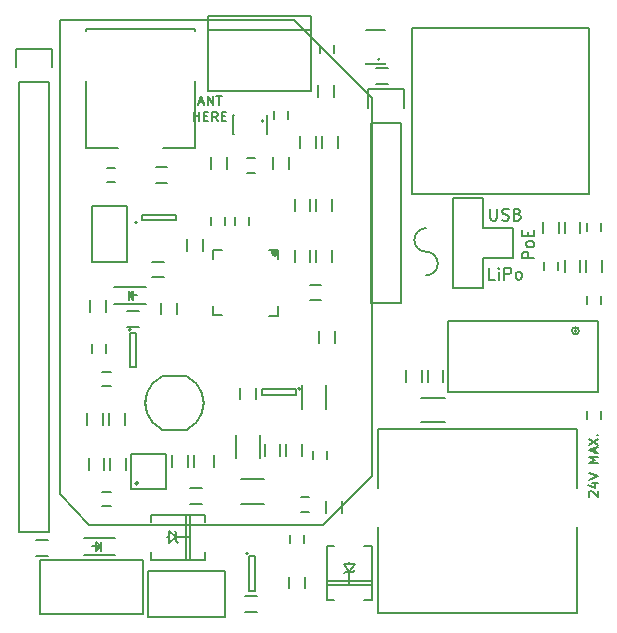
<source format=gto>
G04 #@! TF.FileFunction,Legend,Top*
%FSLAX46Y46*%
G04 Gerber Fmt 4.6, Leading zero omitted, Abs format (unit mm)*
G04 Created by KiCad (PCBNEW 4.0.3-stable) date 09/30/16 23:41:21*
%MOMM*%
%LPD*%
G01*
G04 APERTURE LIST*
%ADD10C,0.100000*%
%ADD11C,0.150000*%
%ADD12C,0.200000*%
%ADD13C,0.127000*%
G04 APERTURE END LIST*
D10*
D11*
X35585715Y-26458333D02*
X35966667Y-26458333D01*
X35509524Y-26686905D02*
X35776191Y-25886905D01*
X36042858Y-26686905D01*
X36309524Y-26686905D02*
X36309524Y-25886905D01*
X36766667Y-26686905D01*
X36766667Y-25886905D01*
X37033333Y-25886905D02*
X37490476Y-25886905D01*
X37261905Y-26686905D02*
X37261905Y-25886905D01*
X35147619Y-28036905D02*
X35147619Y-27236905D01*
X35147619Y-27617857D02*
X35604762Y-27617857D01*
X35604762Y-28036905D02*
X35604762Y-27236905D01*
X35985714Y-27617857D02*
X36252381Y-27617857D01*
X36366667Y-28036905D02*
X35985714Y-28036905D01*
X35985714Y-27236905D01*
X36366667Y-27236905D01*
X37166667Y-28036905D02*
X36900000Y-27655952D01*
X36709524Y-28036905D02*
X36709524Y-27236905D01*
X37014286Y-27236905D01*
X37090477Y-27275000D01*
X37128572Y-27313095D01*
X37166667Y-27389286D01*
X37166667Y-27503571D01*
X37128572Y-27579762D01*
X37090477Y-27617857D01*
X37014286Y-27655952D01*
X36709524Y-27655952D01*
X37509524Y-27617857D02*
X37776191Y-27617857D01*
X37890477Y-28036905D02*
X37509524Y-28036905D01*
X37509524Y-27236905D01*
X37890477Y-27236905D01*
X68638095Y-59828571D02*
X68600000Y-59790476D01*
X68561905Y-59714285D01*
X68561905Y-59523809D01*
X68600000Y-59447619D01*
X68638095Y-59409523D01*
X68714286Y-59371428D01*
X68790476Y-59371428D01*
X68904762Y-59409523D01*
X69361905Y-59866666D01*
X69361905Y-59371428D01*
X68828571Y-58685714D02*
X69361905Y-58685714D01*
X68523810Y-58876190D02*
X69095238Y-59066666D01*
X69095238Y-58571428D01*
X68561905Y-58380952D02*
X69361905Y-58114285D01*
X68561905Y-57847618D01*
X69361905Y-56971428D02*
X68561905Y-56971428D01*
X69133333Y-56704761D01*
X68561905Y-56438094D01*
X69361905Y-56438094D01*
X69133333Y-56095237D02*
X69133333Y-55714285D01*
X69361905Y-56171428D02*
X68561905Y-55904761D01*
X69361905Y-55638094D01*
X68561905Y-55447618D02*
X69361905Y-54914285D01*
X68561905Y-54914285D02*
X69361905Y-55447618D01*
X69285714Y-54609523D02*
X69323810Y-54571428D01*
X69361905Y-54609523D01*
X69323810Y-54647618D01*
X69285714Y-54609523D01*
X69361905Y-54609523D01*
X63952381Y-39666667D02*
X62952381Y-39666667D01*
X62952381Y-39285714D01*
X63000000Y-39190476D01*
X63047619Y-39142857D01*
X63142857Y-39095238D01*
X63285714Y-39095238D01*
X63380952Y-39142857D01*
X63428571Y-39190476D01*
X63476190Y-39285714D01*
X63476190Y-39666667D01*
X63952381Y-38523810D02*
X63904762Y-38619048D01*
X63857143Y-38666667D01*
X63761905Y-38714286D01*
X63476190Y-38714286D01*
X63380952Y-38666667D01*
X63333333Y-38619048D01*
X63285714Y-38523810D01*
X63285714Y-38380952D01*
X63333333Y-38285714D01*
X63380952Y-38238095D01*
X63476190Y-38190476D01*
X63761905Y-38190476D01*
X63857143Y-38238095D01*
X63904762Y-38285714D01*
X63952381Y-38380952D01*
X63952381Y-38523810D01*
X63428571Y-37761905D02*
X63428571Y-37428571D01*
X63952381Y-37285714D02*
X63952381Y-37761905D01*
X62952381Y-37761905D01*
X62952381Y-37285714D01*
X60619048Y-41452381D02*
X60142857Y-41452381D01*
X60142857Y-40452381D01*
X60952381Y-41452381D02*
X60952381Y-40785714D01*
X60952381Y-40452381D02*
X60904762Y-40500000D01*
X60952381Y-40547619D01*
X61000000Y-40500000D01*
X60952381Y-40452381D01*
X60952381Y-40547619D01*
X61428571Y-41452381D02*
X61428571Y-40452381D01*
X61809524Y-40452381D01*
X61904762Y-40500000D01*
X61952381Y-40547619D01*
X62000000Y-40642857D01*
X62000000Y-40785714D01*
X61952381Y-40880952D01*
X61904762Y-40928571D01*
X61809524Y-40976190D01*
X61428571Y-40976190D01*
X62571428Y-41452381D02*
X62476190Y-41404762D01*
X62428571Y-41357143D01*
X62380952Y-41261905D01*
X62380952Y-40976190D01*
X62428571Y-40880952D01*
X62476190Y-40833333D01*
X62571428Y-40785714D01*
X62714286Y-40785714D01*
X62809524Y-40833333D01*
X62857143Y-40880952D01*
X62904762Y-40976190D01*
X62904762Y-41261905D01*
X62857143Y-41357143D01*
X62809524Y-41404762D01*
X62714286Y-41452381D01*
X62571428Y-41452381D01*
X60238095Y-35452381D02*
X60238095Y-36261905D01*
X60285714Y-36357143D01*
X60333333Y-36404762D01*
X60428571Y-36452381D01*
X60619048Y-36452381D01*
X60714286Y-36404762D01*
X60761905Y-36357143D01*
X60809524Y-36261905D01*
X60809524Y-35452381D01*
X61238095Y-36404762D02*
X61380952Y-36452381D01*
X61619048Y-36452381D01*
X61714286Y-36404762D01*
X61761905Y-36357143D01*
X61809524Y-36261905D01*
X61809524Y-36166667D01*
X61761905Y-36071429D01*
X61714286Y-36023810D01*
X61619048Y-35976190D01*
X61428571Y-35928571D01*
X61333333Y-35880952D01*
X61285714Y-35833333D01*
X61238095Y-35738095D01*
X61238095Y-35642857D01*
X61285714Y-35547619D01*
X61333333Y-35500000D01*
X61428571Y-35452381D01*
X61666667Y-35452381D01*
X61809524Y-35500000D01*
X62571429Y-35928571D02*
X62714286Y-35976190D01*
X62761905Y-36023810D01*
X62809524Y-36119048D01*
X62809524Y-36261905D01*
X62761905Y-36357143D01*
X62714286Y-36404762D01*
X62619048Y-36452381D01*
X62238095Y-36452381D01*
X62238095Y-35452381D01*
X62571429Y-35452381D01*
X62666667Y-35500000D01*
X62714286Y-35547619D01*
X62761905Y-35642857D01*
X62761905Y-35738095D01*
X62714286Y-35833333D01*
X62666667Y-35880952D01*
X62571429Y-35928571D01*
X62238095Y-35928571D01*
D12*
X67550000Y-45800000D02*
G75*
G03X67550000Y-45800000I-100000J0D01*
G01*
X67750000Y-45800000D02*
G75*
G03X67750000Y-45800000I-300000J0D01*
G01*
X56650000Y-45000000D02*
X69350000Y-45000000D01*
X69350000Y-51000000D02*
X56650000Y-51000000D01*
X69350000Y-45000000D02*
X69350000Y-51000000D01*
X56650000Y-51000000D02*
X56650000Y-45000000D01*
D11*
X40725000Y-56600000D02*
X40725000Y-54600000D01*
X38675000Y-54600000D02*
X38675000Y-56600000D01*
X66000000Y-39950000D02*
X66000000Y-40650000D01*
X64800000Y-40650000D02*
X64800000Y-39950000D01*
X68400000Y-37350000D02*
X68400000Y-36650000D01*
X69600000Y-36650000D02*
X69600000Y-37350000D01*
X46325000Y-52400000D02*
X46325000Y-50400000D01*
X44275000Y-50400000D02*
X44275000Y-52400000D01*
X69600000Y-42850000D02*
X69600000Y-43550000D01*
X68400000Y-43550000D02*
X68400000Y-42850000D01*
X56400000Y-51475000D02*
X54400000Y-51475000D01*
X54400000Y-53525000D02*
X56400000Y-53525000D01*
X39100000Y-60425000D02*
X41100000Y-60425000D01*
X41100000Y-58375000D02*
X39100000Y-58375000D01*
X26500000Y-47650000D02*
X26500000Y-46950000D01*
X27700000Y-46950000D02*
X27700000Y-47650000D01*
X28100000Y-60600000D02*
X27400000Y-60600000D01*
X27400000Y-59400000D02*
X28100000Y-59400000D01*
X43300000Y-63750000D02*
X43300000Y-63050000D01*
X44500000Y-63050000D02*
X44500000Y-63750000D01*
X44200000Y-59900000D02*
X44900000Y-59900000D01*
X44900000Y-61100000D02*
X44200000Y-61100000D01*
X28500000Y-33200000D02*
X27800000Y-33200000D01*
X27800000Y-32000000D02*
X28500000Y-32000000D01*
X35150000Y-56300000D02*
X35150000Y-57300000D01*
X36850000Y-57300000D02*
X36850000Y-56300000D01*
X27400000Y-49300000D02*
X28100000Y-49300000D01*
X28100000Y-50500000D02*
X27400000Y-50500000D01*
X37800000Y-36143492D02*
X37800000Y-36843492D01*
X36600000Y-36843492D02*
X36600000Y-36143492D01*
X47000000Y-21600000D02*
X47000000Y-22300000D01*
X45800000Y-22300000D02*
X45800000Y-21600000D01*
X38600000Y-36843492D02*
X38600000Y-36143492D01*
X39800000Y-36143492D02*
X39800000Y-36843492D01*
X39650000Y-31200000D02*
X40350000Y-31200000D01*
X40350000Y-32400000D02*
X39650000Y-32400000D01*
X41900000Y-27850000D02*
X41900000Y-27150000D01*
X43100000Y-27150000D02*
X43100000Y-27850000D01*
X69600000Y-52550000D02*
X69600000Y-53250000D01*
X68400000Y-53250000D02*
X68400000Y-52550000D01*
X28500000Y-63300000D02*
X25800000Y-63300000D01*
X28500000Y-64800000D02*
X25800000Y-64800000D01*
X27000000Y-63900000D02*
X27000000Y-64150000D01*
X27000000Y-64150000D02*
X27150000Y-64000000D01*
X27250000Y-64400000D02*
X27250000Y-63700000D01*
X26900000Y-64050000D02*
X26550000Y-64050000D01*
X27250000Y-64050000D02*
X26900000Y-64400000D01*
X26900000Y-64400000D02*
X26900000Y-63700000D01*
X26900000Y-63700000D02*
X27250000Y-64050000D01*
D13*
X48300000Y-65538000D02*
X48300000Y-65334800D01*
X50205000Y-64014000D02*
X50205000Y-68586000D01*
X50205000Y-68586000D02*
X49570000Y-68586000D01*
X46395000Y-66960400D02*
X50205000Y-66960400D01*
X46395000Y-67290600D02*
X50205000Y-67290600D01*
X47030000Y-64014000D02*
X46395000Y-64014000D01*
X46395000Y-64014000D02*
X46395000Y-68586000D01*
X46395000Y-68586000D02*
X47030000Y-68586000D01*
X49570000Y-64014000D02*
X50205000Y-64014000D01*
X48300000Y-66173000D02*
X48774980Y-65538000D01*
X48774980Y-65538000D02*
X48300000Y-65538000D01*
X48300000Y-65538000D02*
X47825020Y-65538000D01*
X47825020Y-65538000D02*
X48300000Y-66173000D01*
X48300000Y-66173000D02*
X48617500Y-66173000D01*
X48617500Y-66173000D02*
X48774980Y-66015520D01*
X48300000Y-66173000D02*
X47982500Y-66173000D01*
X47982500Y-66173000D02*
X47825020Y-66330480D01*
X48300000Y-66173000D02*
X48300000Y-67282980D01*
X33038000Y-63250000D02*
X32834800Y-63250000D01*
X31514000Y-61345000D02*
X36086000Y-61345000D01*
X36086000Y-61345000D02*
X36086000Y-61980000D01*
X34460400Y-65155000D02*
X34460400Y-61345000D01*
X34790600Y-65155000D02*
X34790600Y-61345000D01*
X31514000Y-64520000D02*
X31514000Y-65155000D01*
X31514000Y-65155000D02*
X36086000Y-65155000D01*
X36086000Y-65155000D02*
X36086000Y-64520000D01*
X31514000Y-61980000D02*
X31514000Y-61345000D01*
X33673000Y-63250000D02*
X33038000Y-62775020D01*
X33038000Y-62775020D02*
X33038000Y-63250000D01*
X33038000Y-63250000D02*
X33038000Y-63724980D01*
X33038000Y-63724980D02*
X33673000Y-63250000D01*
X33673000Y-63250000D02*
X33673000Y-62932500D01*
X33673000Y-62932500D02*
X33515520Y-62775020D01*
X33673000Y-63250000D02*
X33673000Y-63567500D01*
X33673000Y-63567500D02*
X33830480Y-63724980D01*
X33673000Y-63250000D02*
X34782980Y-63250000D01*
D11*
X28400000Y-43550000D02*
X31100000Y-43550000D01*
X28400000Y-42050000D02*
X31100000Y-42050000D01*
X29900000Y-42950000D02*
X29900000Y-42700000D01*
X29900000Y-42700000D02*
X29750000Y-42850000D01*
X29650000Y-42450000D02*
X29650000Y-43150000D01*
X30000000Y-42800000D02*
X30350000Y-42800000D01*
X29650000Y-42800000D02*
X30000000Y-42450000D01*
X30000000Y-42450000D02*
X30000000Y-43150000D01*
X30000000Y-43150000D02*
X29650000Y-42800000D01*
D12*
X54800000Y-41100000D02*
G75*
G03X55800000Y-40100000I0J1000000D01*
G01*
X55800000Y-40100000D02*
G75*
G03X54800000Y-39100000I-1000000J0D01*
G01*
X53800000Y-38100000D02*
G75*
G03X54800000Y-39100000I1000000J0D01*
G01*
X54800000Y-37100000D02*
G75*
G03X53800000Y-38100000I0J-1000000D01*
G01*
X67550000Y-62400000D02*
X67550000Y-69700000D01*
X67550000Y-54100000D02*
X67550000Y-59100000D01*
X50750000Y-54100000D02*
X67550000Y-54100000D01*
X50750000Y-59100000D02*
X50750000Y-54100000D01*
X50750000Y-69700000D02*
X50750000Y-62400000D01*
X50750000Y-69700000D02*
X67550000Y-69700000D01*
D11*
X20330000Y-24750000D02*
X20330000Y-62850000D01*
X20330000Y-62850000D02*
X22870000Y-62850000D01*
X22870000Y-62850000D02*
X22870000Y-24750000D01*
X23150000Y-21930000D02*
X23150000Y-23480000D01*
X22870000Y-24750000D02*
X20330000Y-24750000D01*
X20050000Y-23480000D02*
X20050000Y-21930000D01*
X20050000Y-21930000D02*
X23150000Y-21930000D01*
D12*
X59616000Y-37058000D02*
X59616000Y-34518000D01*
X62156000Y-37058000D02*
X59616000Y-37058000D01*
X62156000Y-39598000D02*
X62156000Y-37058000D01*
X59616000Y-39598000D02*
X62156000Y-39598000D01*
X59616000Y-42138000D02*
X59616000Y-39598000D01*
X57076000Y-42138000D02*
X59616000Y-42138000D01*
X57076000Y-39598000D02*
X57076000Y-42138000D01*
D11*
X59616000Y-34518000D02*
X57076000Y-34518000D01*
X57076000Y-34518000D02*
X57076000Y-39598000D01*
D12*
X26000000Y-30300000D02*
X26000000Y-24600000D01*
X28700000Y-30300000D02*
X26000000Y-30300000D01*
X35200000Y-24600000D02*
X35200000Y-30300000D01*
X26000000Y-20200000D02*
X26000000Y-20400000D01*
X35200000Y-20200000D02*
X26000000Y-20200000D01*
X35200000Y-20400000D02*
X35200000Y-20200000D01*
X32500000Y-30300000D02*
X35200000Y-30300000D01*
D11*
X45050900Y-19120000D02*
X36350900Y-19120000D01*
X45050900Y-25525000D02*
X36350900Y-25525000D01*
X36350900Y-25525000D02*
X36350900Y-19120000D01*
X36350900Y-20350000D02*
X45050900Y-20350000D01*
X45050900Y-19120000D02*
X45050900Y-25525000D01*
X53591000Y-34210000D02*
X53591000Y-20113000D01*
X68577000Y-20113000D02*
X68577000Y-34210000D01*
X53591000Y-34210000D02*
X68577000Y-34210000D01*
X53591000Y-20113000D02*
X68577000Y-20113000D01*
X32600000Y-41275000D02*
X31600000Y-41275000D01*
X31600000Y-39925000D02*
X32600000Y-39925000D01*
X31900000Y-31925000D02*
X32900000Y-31925000D01*
X32900000Y-33275000D02*
X31900000Y-33275000D01*
X45475000Y-29300000D02*
X45475000Y-30300000D01*
X44125000Y-30300000D02*
X44125000Y-29300000D01*
X46025000Y-30300000D02*
X46025000Y-29300000D01*
X47375000Y-29300000D02*
X47375000Y-30300000D01*
X50600000Y-23525000D02*
X51600000Y-23525000D01*
X51600000Y-24875000D02*
X50600000Y-24875000D01*
D12*
X30850000Y-65200000D02*
X30850000Y-69800000D01*
X22150000Y-65200000D02*
X30850000Y-65200000D01*
X22150000Y-69800000D02*
X22150000Y-65200000D01*
X30850000Y-69800000D02*
X22150000Y-69800000D01*
X37750000Y-66100000D02*
X37750000Y-70000000D01*
X37300000Y-66100000D02*
X37750000Y-66100000D01*
X31250000Y-66100000D02*
X37300000Y-66100000D01*
X31250000Y-66300000D02*
X31250000Y-66100000D01*
X31250000Y-70000000D02*
X31250000Y-66300000D01*
X37750000Y-70000000D02*
X31250000Y-70000000D01*
D11*
X44150000Y-50700000D02*
G75*
G03X44150000Y-50700000I-100000J0D01*
G01*
X43800000Y-51250000D02*
X43800000Y-50750000D01*
X40900000Y-51250000D02*
X43800000Y-51250000D01*
X40900000Y-50750000D02*
X40900000Y-51250000D01*
X43800000Y-50750000D02*
X40900000Y-50750000D01*
D12*
X50200000Y-58100000D02*
X46100000Y-62200000D01*
X50200000Y-26100000D02*
X50200000Y-58100000D01*
X43600000Y-19500000D02*
X50200000Y-26100000D01*
X23800000Y-19500000D02*
X43600000Y-19500000D01*
X26300000Y-62200000D02*
X46100000Y-62200000D01*
X23800000Y-59600000D02*
X26300000Y-62200000D01*
X23800000Y-19500000D02*
X23800000Y-59600000D01*
D11*
X29800000Y-45700000D02*
G75*
G03X29800000Y-45700000I-100000J0D01*
G01*
X30250000Y-45950000D02*
X29750000Y-45950000D01*
X30250000Y-48850000D02*
X30250000Y-45950000D01*
X29750000Y-48850000D02*
X30250000Y-48850000D01*
X29750000Y-45950000D02*
X29750000Y-48850000D01*
D12*
X30250000Y-58700000D02*
X30350000Y-58700000D01*
X30441421Y-58700000D02*
G75*
G03X30441421Y-58700000I-141421J0D01*
G01*
X30411803Y-58700000D02*
G75*
G03X30411803Y-58700000I-111803J0D01*
G01*
X30411803Y-58700000D02*
G75*
G03X30411803Y-58700000I-111803J0D01*
G01*
X32800000Y-59150000D02*
X31300000Y-59150000D01*
X32800000Y-56250000D02*
X32800000Y-59150000D01*
X29800000Y-56250000D02*
X32800000Y-56250000D01*
X29800000Y-59150000D02*
X29800000Y-56250000D01*
X31300000Y-59150000D02*
X29800000Y-59150000D01*
X26500000Y-40000000D02*
X28000000Y-40000000D01*
X26500000Y-35200000D02*
X26500000Y-40000000D01*
X29500000Y-35200000D02*
X26500000Y-35200000D01*
X29500000Y-40000000D02*
X29500000Y-35200000D01*
X28000000Y-40000000D02*
X29500000Y-40000000D01*
D11*
X30350000Y-36600000D02*
G75*
G03X30350000Y-36600000I-100000J0D01*
G01*
X30750000Y-35950000D02*
X30750000Y-36450000D01*
X33650000Y-35950000D02*
X30750000Y-35950000D01*
X33650000Y-36450000D02*
X33650000Y-35950000D01*
X30750000Y-36450000D02*
X33650000Y-36450000D01*
X41020711Y-28050000D02*
G75*
G03X41020711Y-28050000I-70711J0D01*
G01*
X38500000Y-29150000D02*
X38450000Y-29150000D01*
X38450000Y-29150000D02*
X38450000Y-27550000D01*
X38450000Y-27550000D02*
X38500000Y-27550000D01*
X41350000Y-27550000D02*
X41300000Y-27550000D01*
X41350000Y-27550000D02*
X41350000Y-29150000D01*
X41350000Y-29150000D02*
X41300000Y-29150000D01*
X50870711Y-22800000D02*
G75*
G03X50870711Y-22800000I-70711J0D01*
G01*
X49700000Y-20350000D02*
X49700000Y-20300000D01*
X49700000Y-20300000D02*
X51300000Y-20300000D01*
X51300000Y-20300000D02*
X51300000Y-20350000D01*
X51300000Y-23200000D02*
X51300000Y-23150000D01*
X51300000Y-23200000D02*
X49700000Y-23200000D01*
X49700000Y-23200000D02*
X49700000Y-23150000D01*
X69675000Y-39800000D02*
X69675000Y-40800000D01*
X68325000Y-40800000D02*
X68325000Y-39800000D01*
X66075000Y-36550000D02*
X66075000Y-37550000D01*
X64725000Y-37550000D02*
X64725000Y-36550000D01*
X67875000Y-39800000D02*
X67875000Y-40800000D01*
X66525000Y-40800000D02*
X66525000Y-39800000D01*
X67875000Y-36550000D02*
X67875000Y-37550000D01*
X66525000Y-37550000D02*
X66525000Y-36550000D01*
X56275000Y-49100000D02*
X56275000Y-50100000D01*
X54925000Y-50100000D02*
X54925000Y-49100000D01*
X54475000Y-49100000D02*
X54475000Y-50100000D01*
X53125000Y-50100000D02*
X53125000Y-49100000D01*
X52670000Y-28170000D02*
X52670000Y-43410000D01*
X52670000Y-43410000D02*
X50130000Y-43410000D01*
X50130000Y-43410000D02*
X50130000Y-28170000D01*
X52950000Y-25350000D02*
X52950000Y-26900000D01*
X52670000Y-28170000D02*
X50130000Y-28170000D01*
X49850000Y-26900000D02*
X49850000Y-25350000D01*
X49850000Y-25350000D02*
X52950000Y-25350000D01*
X27475000Y-52750000D02*
X27475000Y-53750000D01*
X26125000Y-53750000D02*
X26125000Y-52750000D01*
X29325000Y-52750000D02*
X29325000Y-53750000D01*
X27975000Y-53750000D02*
X27975000Y-52750000D01*
D12*
X42000000Y-39100000D02*
X42000000Y-39250000D01*
X42050000Y-39200000D02*
G75*
G03X42050000Y-39200000I-50000J0D01*
G01*
X42250000Y-39200000D02*
G75*
G03X42250000Y-39200000I-250000J0D01*
G01*
X42200000Y-39200000D02*
G75*
G03X42200000Y-39200000I-200000J0D01*
G01*
X42111803Y-39200000D02*
G75*
G03X42111803Y-39200000I-111803J0D01*
G01*
X42250000Y-38950000D02*
X42250000Y-39700000D01*
X36750000Y-39700000D02*
X36750000Y-38950000D01*
X36750000Y-38950000D02*
X37500000Y-38950000D01*
X41500000Y-38950000D02*
X42250000Y-38950000D01*
X42250000Y-44500000D02*
X41500000Y-44500000D01*
X42250000Y-43700000D02*
X42250000Y-44500000D01*
X37500000Y-44450000D02*
X36750000Y-44450000D01*
X36750000Y-44450000D02*
X36750000Y-43700000D01*
D11*
X46400000Y-55950000D02*
X46400000Y-56650000D01*
X45200000Y-56650000D02*
X45200000Y-55950000D01*
X39025000Y-51600000D02*
X39025000Y-50600000D01*
X40375000Y-50600000D02*
X40375000Y-51600000D01*
X42475000Y-55400000D02*
X42475000Y-56400000D01*
X41125000Y-56400000D02*
X41125000Y-55400000D01*
X44275000Y-55400000D02*
X44275000Y-56400000D01*
X42925000Y-56400000D02*
X42925000Y-55400000D01*
X21800000Y-63525000D02*
X22800000Y-63525000D01*
X22800000Y-64875000D02*
X21800000Y-64875000D01*
X40500000Y-69625000D02*
X39500000Y-69625000D01*
X39500000Y-68275000D02*
X40500000Y-68275000D01*
X35800000Y-60475000D02*
X34800000Y-60475000D01*
X34800000Y-59125000D02*
X35800000Y-59125000D01*
X29375000Y-56600000D02*
X29375000Y-57600000D01*
X28025000Y-57600000D02*
X28025000Y-56600000D01*
X32325000Y-44400000D02*
X32325000Y-43400000D01*
X33675000Y-43400000D02*
X33675000Y-44400000D01*
X27575000Y-56600000D02*
X27575000Y-57600000D01*
X26225000Y-57600000D02*
X26225000Y-56600000D01*
X44575000Y-66600000D02*
X44575000Y-67600000D01*
X43225000Y-67600000D02*
X43225000Y-66600000D01*
X46325000Y-61200000D02*
X46325000Y-60200000D01*
X47675000Y-60200000D02*
X47675000Y-61200000D01*
X26325000Y-44200000D02*
X26325000Y-43200000D01*
X27675000Y-43200000D02*
X27675000Y-44200000D01*
X30500000Y-45475000D02*
X29500000Y-45475000D01*
X29500000Y-44125000D02*
X30500000Y-44125000D01*
X33325000Y-57300000D02*
X33325000Y-56300000D01*
X34675000Y-56300000D02*
X34675000Y-57300000D01*
X45950000Y-43225000D02*
X44950000Y-43225000D01*
X44950000Y-41875000D02*
X45950000Y-41875000D01*
X45725000Y-46850000D02*
X45725000Y-45850000D01*
X47075000Y-45850000D02*
X47075000Y-46850000D01*
X45625000Y-26000000D02*
X45625000Y-25000000D01*
X46975000Y-25000000D02*
X46975000Y-26000000D01*
X34583698Y-39043492D02*
X34583698Y-38043492D01*
X35933698Y-38043492D02*
X35933698Y-39043492D01*
X36625000Y-32100000D02*
X36625000Y-31100000D01*
X37975000Y-31100000D02*
X37975000Y-32100000D01*
X43175000Y-31100000D02*
X43175000Y-32100000D01*
X41825000Y-32100000D02*
X41825000Y-31100000D01*
X45016302Y-38956508D02*
X45016302Y-39956508D01*
X43666302Y-39956508D02*
X43666302Y-38956508D01*
X45466302Y-39956508D02*
X45466302Y-38956508D01*
X46816302Y-38956508D02*
X46816302Y-39956508D01*
X45466302Y-35656508D02*
X45466302Y-34656508D01*
X46816302Y-34656508D02*
X46816302Y-35656508D01*
X45016302Y-34656508D02*
X45016302Y-35656508D01*
X43666302Y-35656508D02*
X43666302Y-34656508D01*
X39750000Y-64650000D02*
G75*
G03X39750000Y-64650000I-100000J0D01*
G01*
X40300000Y-64900000D02*
X39800000Y-64900000D01*
X40300000Y-67800000D02*
X40300000Y-64900000D01*
X39800000Y-67800000D02*
X40300000Y-67800000D01*
X39800000Y-64900000D02*
X39800000Y-67800000D01*
D12*
X34550000Y-54150000D02*
G75*
G03X35750000Y-50850000I-1050000J2250000D01*
G01*
X35750000Y-52950000D02*
G75*
G03X34550000Y-49650000I-2250000J1050000D01*
G01*
X32450000Y-49650000D02*
G75*
G03X31250000Y-52950000I1050000J-2250000D01*
G01*
X31250000Y-50850000D02*
G75*
G03X32450000Y-54150000I2250000J-1050000D01*
G01*
X32450000Y-54150000D02*
X34550000Y-54150000D01*
X32450000Y-49650000D02*
X34550000Y-49650000D01*
M02*

</source>
